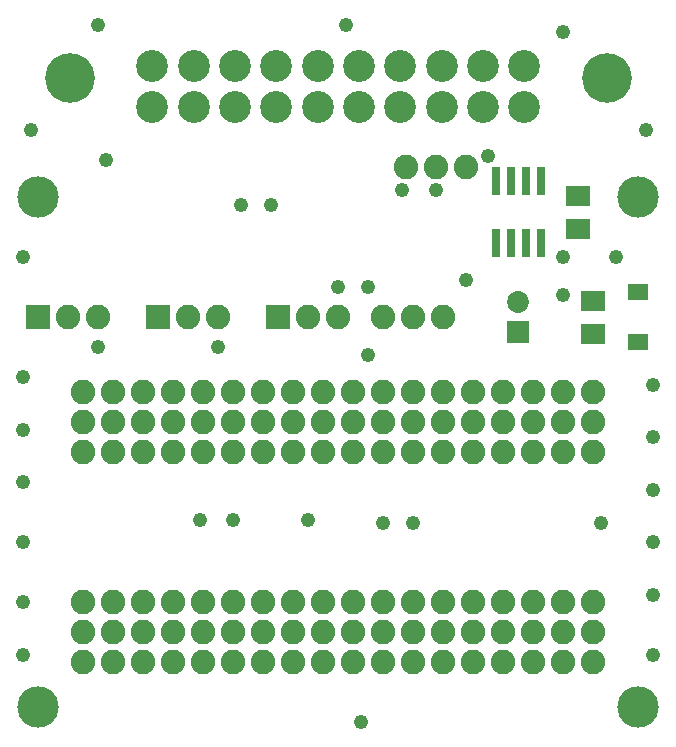
<source format=gts>
G75*
%MOIN*%
%OFA0B0*%
%FSLAX25Y25*%
%IPPOS*%
%LPD*%
%AMOC8*
5,1,8,0,0,1.08239X$1,22.5*
%
%ADD10C,0.10643*%
%ADD11C,0.16548*%
%ADD12C,0.08200*%
%ADD13R,0.07887X0.07099*%
%ADD14R,0.03162X0.09461*%
%ADD15R,0.08200X0.08200*%
%ADD16R,0.06587X0.05800*%
%ADD17C,0.07300*%
%ADD18R,0.07300X0.07300*%
%ADD19C,0.13800*%
%ADD20C,0.04762*%
D10*
X0054792Y0216800D03*
X0054792Y0230580D03*
X0068572Y0230580D03*
X0068572Y0216800D03*
X0082351Y0216800D03*
X0082351Y0230580D03*
X0096131Y0230580D03*
X0096131Y0216800D03*
X0109910Y0216800D03*
X0109910Y0230580D03*
X0123690Y0230580D03*
X0123690Y0216800D03*
X0137469Y0216800D03*
X0137469Y0230580D03*
X0151249Y0230580D03*
X0151249Y0216800D03*
X0165028Y0216800D03*
X0165028Y0230580D03*
X0178808Y0230580D03*
X0178808Y0216800D03*
D11*
X0206367Y0226485D03*
X0027233Y0226485D03*
D12*
X0026800Y0146800D03*
X0036800Y0146800D03*
X0031800Y0121800D03*
X0031800Y0111800D03*
X0031800Y0101800D03*
X0041800Y0101800D03*
X0041800Y0111800D03*
X0041800Y0121800D03*
X0051800Y0121800D03*
X0051800Y0111800D03*
X0051800Y0101800D03*
X0061800Y0101800D03*
X0061800Y0111800D03*
X0061800Y0121800D03*
X0071800Y0121800D03*
X0071800Y0111800D03*
X0071800Y0101800D03*
X0081800Y0101800D03*
X0081800Y0111800D03*
X0081800Y0121800D03*
X0091800Y0121800D03*
X0091800Y0111800D03*
X0091800Y0101800D03*
X0101800Y0101800D03*
X0101800Y0111800D03*
X0101800Y0121800D03*
X0111800Y0121800D03*
X0111800Y0111800D03*
X0111800Y0101800D03*
X0121800Y0101800D03*
X0121800Y0111800D03*
X0121800Y0121800D03*
X0131800Y0121800D03*
X0131800Y0111800D03*
X0131800Y0101800D03*
X0141800Y0101800D03*
X0141800Y0111800D03*
X0141800Y0121800D03*
X0151800Y0121800D03*
X0151800Y0111800D03*
X0151800Y0101800D03*
X0161800Y0101800D03*
X0161800Y0111800D03*
X0161800Y0121800D03*
X0171800Y0121800D03*
X0171800Y0111800D03*
X0171800Y0101800D03*
X0181800Y0101800D03*
X0181800Y0111800D03*
X0181800Y0121800D03*
X0191800Y0121800D03*
X0191800Y0111800D03*
X0191800Y0101800D03*
X0201800Y0101800D03*
X0201800Y0111800D03*
X0201800Y0121800D03*
X0151800Y0146800D03*
X0141800Y0146800D03*
X0131800Y0146800D03*
X0116800Y0146800D03*
X0106800Y0146800D03*
X0076800Y0146800D03*
X0066800Y0146800D03*
X0139300Y0196800D03*
X0149300Y0196800D03*
X0159300Y0196800D03*
X0161800Y0051800D03*
X0161800Y0041800D03*
X0161800Y0031800D03*
X0171800Y0031800D03*
X0171800Y0041800D03*
X0171800Y0051800D03*
X0181800Y0051800D03*
X0181800Y0041800D03*
X0181800Y0031800D03*
X0191800Y0031800D03*
X0191800Y0041800D03*
X0191800Y0051800D03*
X0201800Y0051800D03*
X0201800Y0041800D03*
X0201800Y0031800D03*
X0151800Y0031800D03*
X0151800Y0041800D03*
X0151800Y0051800D03*
X0141800Y0051800D03*
X0141800Y0041800D03*
X0141800Y0031800D03*
X0131800Y0031800D03*
X0131800Y0041800D03*
X0131800Y0051800D03*
X0121800Y0051800D03*
X0121800Y0041800D03*
X0121800Y0031800D03*
X0111800Y0031800D03*
X0111800Y0041800D03*
X0111800Y0051800D03*
X0101800Y0051800D03*
X0101800Y0041800D03*
X0101800Y0031800D03*
X0091800Y0031800D03*
X0091800Y0041800D03*
X0091800Y0051800D03*
X0081800Y0051800D03*
X0081800Y0041800D03*
X0081800Y0031800D03*
X0071800Y0031800D03*
X0071800Y0041800D03*
X0071800Y0051800D03*
X0061800Y0051800D03*
X0061800Y0041800D03*
X0061800Y0031800D03*
X0051800Y0031800D03*
X0051800Y0041800D03*
X0051800Y0051800D03*
X0041800Y0051800D03*
X0041800Y0041800D03*
X0041800Y0031800D03*
X0031800Y0031800D03*
X0031800Y0041800D03*
X0031800Y0051800D03*
D13*
X0196800Y0176288D03*
X0196800Y0187312D03*
X0201800Y0152312D03*
X0201800Y0141288D03*
D14*
X0184300Y0171564D03*
X0179300Y0171564D03*
X0174300Y0171564D03*
X0169300Y0171564D03*
X0169300Y0192036D03*
X0174300Y0192036D03*
X0179300Y0192036D03*
X0184300Y0192036D03*
D15*
X0096800Y0146800D03*
X0056800Y0146800D03*
X0016800Y0146800D03*
D16*
X0216800Y0138335D03*
X0216800Y0155265D03*
D17*
X0176800Y0151800D03*
D18*
X0176800Y0141800D03*
D19*
X0016800Y0016800D03*
X0016800Y0186800D03*
X0216800Y0186800D03*
X0216800Y0016800D03*
D20*
X0221800Y0034300D03*
X0221800Y0054300D03*
X0221800Y0071800D03*
X0221800Y0089300D03*
X0221800Y0106800D03*
X0221800Y0124300D03*
X0191800Y0154300D03*
X0191800Y0166800D03*
X0209300Y0166800D03*
X0219300Y0209300D03*
X0191800Y0241800D03*
X0166800Y0200550D03*
X0149300Y0189300D03*
X0138050Y0189300D03*
X0159300Y0159300D03*
X0126800Y0156800D03*
X0116800Y0156800D03*
X0126800Y0134300D03*
X0094300Y0184300D03*
X0084300Y0184300D03*
X0076800Y0136800D03*
X0036800Y0136800D03*
X0011800Y0126800D03*
X0011800Y0109300D03*
X0011800Y0091800D03*
X0011800Y0071800D03*
X0011800Y0051800D03*
X0011800Y0034300D03*
X0070550Y0079300D03*
X0081800Y0079300D03*
X0106800Y0079300D03*
X0131800Y0078050D03*
X0141800Y0078050D03*
X0124300Y0011800D03*
X0204300Y0078050D03*
X0119300Y0244300D03*
X0039300Y0199300D03*
X0014300Y0209300D03*
X0036800Y0244300D03*
X0011800Y0166800D03*
M02*

</source>
